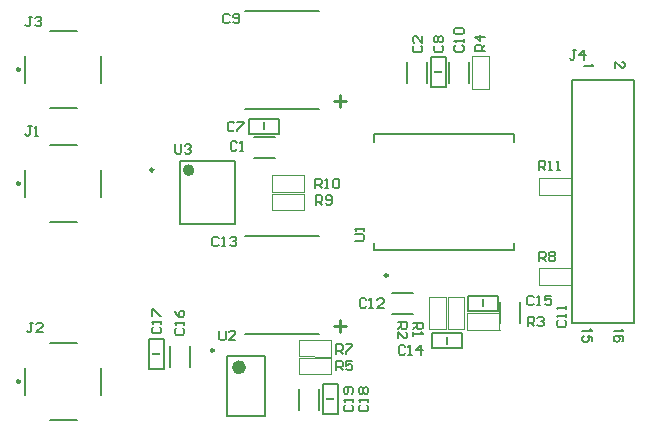
<source format=gto>
G04*
G04 #@! TF.GenerationSoftware,Altium Limited,Altium Designer,23.1.1 (15)*
G04*
G04 Layer_Color=65535*
%FSLAX24Y24*%
%MOIN*%
G70*
G04*
G04 #@! TF.SameCoordinates,EDFB4F86-8D80-4751-AEB2-894B5B2271B4*
G04*
G04*
G04 #@! TF.FilePolarity,Positive*
G04*
G01*
G75*
%ADD10C,0.0098*%
%ADD11C,0.0197*%
%ADD12C,0.0236*%
%ADD13C,0.0079*%
%ADD14C,0.0050*%
%ADD15C,0.0020*%
%ADD16C,0.0100*%
%ADD17C,0.0060*%
%ADD18R,0.0300X0.0100*%
%ADD19R,0.0100X0.0300*%
D10*
X438Y12083D02*
G03*
X438Y12083I-49J0D01*
G01*
Y8283D02*
G03*
X438Y8283I-49J0D01*
G01*
Y1683D02*
G03*
X438Y1683I-49J0D01*
G01*
X4883Y8733D02*
G03*
X4883Y8733I-49J0D01*
G01*
X6901Y2724D02*
G03*
X6901Y2724I-49J0D01*
G01*
X12700Y5217D02*
G03*
X12700Y5217I-49J0D01*
G01*
D11*
X6159Y8725D02*
G03*
X6159Y8725I-98J0D01*
G01*
D12*
X7856Y2153D02*
G03*
X7856Y2153I-118J0D01*
G01*
D13*
X6121Y2181D02*
Y2870D01*
X5451Y2179D02*
Y2868D01*
X616Y11630D02*
Y12535D01*
X1433Y10813D02*
X2338D01*
X3155Y11630D02*
Y12535D01*
X1433Y13352D02*
X2338D01*
X616Y7830D02*
Y8735D01*
X1433Y7013D02*
X2338D01*
X3155Y7830D02*
Y8735D01*
X1433Y9552D02*
X2338D01*
X1433Y2952D02*
X2338D01*
X3155Y1230D02*
Y2135D01*
X1433Y413D02*
X2338D01*
X616Y1230D02*
Y2135D01*
X5765Y9020D02*
X7606D01*
Y6945D02*
Y9020D01*
X5765Y6945D02*
X7606D01*
X5765D02*
Y9020D01*
X7951Y14017D02*
X10402D01*
X7951Y10749D02*
X10402D01*
X8241Y9817D02*
X8930D01*
X8243Y9147D02*
X8932D01*
X7951Y6517D02*
X10402D01*
X7951Y3249D02*
X10402D01*
X7344Y539D02*
X8604D01*
X7344Y2547D02*
X8604D01*
Y539D02*
Y2547D01*
X7344Y539D02*
Y2547D01*
X9751Y738D02*
Y1427D01*
X10421Y740D02*
Y1429D01*
X14020Y11638D02*
Y12327D01*
X13349Y11636D02*
Y12325D01*
X15420Y11638D02*
Y12327D01*
X14749Y11636D02*
Y12325D01*
X12255Y6048D02*
Y6290D01*
Y6048D02*
X16915D01*
X12255Y9676D02*
Y9918D01*
X16915D01*
Y6048D02*
Y6290D01*
Y9676D02*
Y9918D01*
X12841Y4617D02*
X13530D01*
X12843Y3947D02*
X13532D01*
X18856Y11742D02*
X20915D01*
X18856Y3624D02*
Y11742D01*
X20915Y3624D02*
Y11742D01*
X18856Y3624D02*
X20915D01*
X17120Y3638D02*
Y4327D01*
X16449Y3636D02*
Y4325D01*
D14*
X4735Y2083D02*
Y3083D01*
Y2083D02*
X5235D01*
X4735Y3083D02*
X5235D01*
Y2083D02*
Y3083D01*
X8085Y10433D02*
X9085D01*
X8085Y9933D02*
Y10433D01*
X9085Y9933D02*
Y10433D01*
X8085Y9933D02*
X9085D01*
X11035Y583D02*
Y1583D01*
X10535D02*
X11035D01*
X10535Y583D02*
X11035D01*
X10535D02*
Y1583D01*
X14635Y11483D02*
Y12483D01*
X14135D02*
X14635D01*
X14135Y11483D02*
X14635D01*
X14135D02*
Y12483D01*
X14185Y2783D02*
X15185D01*
Y3283D01*
X14185Y2783D02*
Y3283D01*
X15185D01*
X15385Y4033D02*
X16385D01*
Y4533D01*
X15385Y4033D02*
Y4533D01*
X16385D01*
D15*
X8835Y7939D02*
X8838Y7899D01*
X8835Y7939D02*
X9913D01*
X9912Y7384D02*
X9913Y7939D01*
X8838Y7390D02*
X9912Y7384D01*
X8838Y7390D02*
Y7899D01*
X8848Y8010D02*
Y8519D01*
Y8010D02*
X9922Y8004D01*
X9923Y8559D01*
X8845D02*
X9923D01*
X8845D02*
X8848Y8519D01*
X9735Y3069D02*
X9738Y3029D01*
X9735Y3069D02*
X10813D01*
X10812Y2514D02*
X10813Y3069D01*
X9738Y2520D02*
X10812Y2514D01*
X9738Y2520D02*
Y3029D01*
Y1930D02*
Y2439D01*
Y1930D02*
X10812Y1924D01*
X10813Y2479D01*
X9735D02*
X10813D01*
X9735D02*
X9738Y2439D01*
X16022Y12520D02*
X16061Y12522D01*
Y11445D02*
Y12522D01*
X15506Y11446D02*
X16061Y11445D01*
X15506Y11446D02*
X15512Y12520D01*
X16022D01*
X14739Y3431D02*
X15248D01*
X15254Y4505D01*
X14699Y4506D02*
X15254Y4505D01*
X14699Y3429D02*
Y4506D01*
Y3429D02*
X14739Y3431D01*
X14079Y3433D02*
X14119Y3435D01*
X14079Y3433D02*
Y4511D01*
X14634Y4509D01*
X14628Y3435D02*
X14634Y4509D01*
X14119Y3435D02*
X14628D01*
X18823Y7946D02*
X18825Y7907D01*
X17747D02*
X18825D01*
X17747D02*
X17749Y8462D01*
X18823Y8456D01*
Y7946D02*
Y8456D01*
X17748Y4910D02*
Y5419D01*
Y4910D02*
X18822Y4904D01*
X18823Y5459D01*
X17745D02*
X18823D01*
X17745D02*
X17748Y5419D01*
X16423Y3446D02*
Y3956D01*
X15349Y3962D02*
X16423Y3956D01*
X15347Y3407D02*
X15349Y3962D01*
X15347Y3407D02*
X16425D01*
X16423Y3446D02*
X16425Y3407D01*
D16*
X11297Y11039D02*
X10897D01*
X11097Y10839D02*
Y11239D01*
X11297Y3539D02*
X10897D01*
X11097Y3339D02*
Y3739D01*
D17*
X20494Y3433D02*
X20509Y3402D01*
X20555Y3357D01*
X20235D01*
X20509Y3015D02*
X20540Y3031D01*
X20555Y3076D01*
Y3107D01*
X20540Y3152D01*
X20494Y3183D01*
X20418Y3198D01*
X20342D01*
X20281Y3183D01*
X20250Y3152D01*
X20235Y3107D01*
Y3091D01*
X20250Y3046D01*
X20281Y3015D01*
X20327Y3000D01*
X20342D01*
X20388Y3015D01*
X20418Y3046D01*
X20433Y3091D01*
Y3107D01*
X20418Y3152D01*
X20388Y3183D01*
X20342Y3198D01*
X19444Y3433D02*
X19459Y3402D01*
X19505Y3357D01*
X19185D01*
X19505Y3015D02*
Y3168D01*
X19368Y3183D01*
X19383Y3168D01*
X19399Y3122D01*
Y3076D01*
X19383Y3031D01*
X19353Y3000D01*
X19307Y2985D01*
X19277D01*
X19231Y3000D01*
X19200Y3031D01*
X19185Y3076D01*
Y3122D01*
X19200Y3168D01*
X19216Y3183D01*
X19246Y3198D01*
X19494Y12263D02*
X19509Y12232D01*
X19555Y12187D01*
X19235D01*
X20519Y12327D02*
X20534D01*
X20565Y12312D01*
X20580Y12297D01*
X20595Y12267D01*
Y12206D01*
X20580Y12175D01*
X20565Y12160D01*
X20534Y12145D01*
X20504D01*
X20473Y12160D01*
X20428Y12190D01*
X20275Y12343D01*
Y12129D01*
X13025Y3649D02*
X13345D01*
Y3489D01*
X13292Y3436D01*
X13185D01*
X13132Y3489D01*
Y3649D01*
Y3543D02*
X13025Y3436D01*
Y3116D02*
Y3329D01*
X13239Y3116D01*
X13292D01*
X13345Y3169D01*
Y3276D01*
X13292Y3329D01*
X13555Y3636D02*
X13875D01*
Y3476D01*
X13822Y3423D01*
X13715D01*
X13662Y3476D01*
Y3636D01*
Y3529D02*
X13555Y3423D01*
Y3316D02*
Y3209D01*
Y3263D01*
X13875D01*
X13822Y3316D01*
X5609Y9593D02*
Y9326D01*
X5662Y9273D01*
X5769D01*
X5822Y9326D01*
Y9593D01*
X5929Y9539D02*
X5982Y9593D01*
X6089D01*
X6142Y9539D01*
Y9486D01*
X6089Y9433D01*
X6035D01*
X6089D01*
X6142Y9379D01*
Y9326D01*
X6089Y9273D01*
X5982D01*
X5929Y9326D01*
X7079Y3373D02*
Y3106D01*
X7132Y3053D01*
X7239D01*
X7292Y3106D01*
Y3373D01*
X7612Y3053D02*
X7399D01*
X7612Y3266D01*
Y3319D01*
X7559Y3373D01*
X7452D01*
X7399Y3319D01*
X11595Y6379D02*
X11862D01*
X11915Y6433D01*
Y6539D01*
X11862Y6593D01*
X11595D01*
X11915Y6699D02*
Y6806D01*
Y6753D01*
X11595D01*
X11649Y6699D01*
X17739Y8723D02*
Y9043D01*
X17899D01*
X17952Y8989D01*
Y8883D01*
X17899Y8829D01*
X17739D01*
X17845D02*
X17952Y8723D01*
X18059D02*
X18165D01*
X18112D01*
Y9043D01*
X18059Y8989D01*
X18325Y8723D02*
X18432D01*
X18378D01*
Y9043D01*
X18325Y8989D01*
X10285Y8123D02*
Y8443D01*
X10445D01*
X10499Y8389D01*
Y8283D01*
X10445Y8229D01*
X10285D01*
X10392D02*
X10499Y8123D01*
X10605D02*
X10712D01*
X10659D01*
Y8443D01*
X10605Y8389D01*
X10872D02*
X10925Y8443D01*
X11032D01*
X11085Y8389D01*
Y8176D01*
X11032Y8123D01*
X10925D01*
X10872Y8176D01*
Y8389D01*
X10309Y7563D02*
Y7883D01*
X10469D01*
X10522Y7829D01*
Y7723D01*
X10469Y7669D01*
X10309D01*
X10415D02*
X10522Y7563D01*
X10629Y7616D02*
X10682Y7563D01*
X10789D01*
X10842Y7616D01*
Y7829D01*
X10789Y7883D01*
X10682D01*
X10629Y7829D01*
Y7776D01*
X10682Y7723D01*
X10842D01*
X17749Y5693D02*
Y6013D01*
X17909D01*
X17962Y5959D01*
Y5853D01*
X17909Y5799D01*
X17749D01*
X17855D02*
X17962Y5693D01*
X18069Y5959D02*
X18122Y6013D01*
X18228D01*
X18282Y5959D01*
Y5906D01*
X18228Y5853D01*
X18282Y5799D01*
Y5746D01*
X18228Y5693D01*
X18122D01*
X18069Y5746D01*
Y5799D01*
X18122Y5853D01*
X18069Y5906D01*
Y5959D01*
X18122Y5853D02*
X18228D01*
X10989Y2603D02*
Y2923D01*
X11149D01*
X11202Y2869D01*
Y2763D01*
X11149Y2709D01*
X10989D01*
X11095D02*
X11202Y2603D01*
X11309Y2923D02*
X11522D01*
Y2869D01*
X11309Y2656D01*
Y2603D01*
X10989Y2053D02*
Y2373D01*
X11149D01*
X11202Y2319D01*
Y2213D01*
X11149Y2159D01*
X10989D01*
X11095D02*
X11202Y2053D01*
X11522Y2373D02*
X11309D01*
Y2213D01*
X11415Y2266D01*
X11468D01*
X11522Y2213D01*
Y2106D01*
X11468Y2053D01*
X11362D01*
X11309Y2106D01*
X15935Y12696D02*
X15615D01*
Y12856D01*
X15669Y12909D01*
X15775D01*
X15829Y12856D01*
Y12696D01*
Y12803D02*
X15935Y12909D01*
Y13176D02*
X15615D01*
X15775Y13016D01*
Y13229D01*
X17369Y3523D02*
Y3843D01*
X17529D01*
X17582Y3789D01*
Y3683D01*
X17529Y3629D01*
X17369D01*
X17475D02*
X17582Y3523D01*
X17689Y3789D02*
X17742Y3843D01*
X17849D01*
X17902Y3789D01*
Y3736D01*
X17849Y3683D01*
X17795D01*
X17849D01*
X17902Y3629D01*
Y3576D01*
X17849Y3523D01*
X17742D01*
X17689Y3576D01*
X18972Y12733D02*
X18865D01*
X18919D01*
Y12466D01*
X18865Y12413D01*
X18812D01*
X18759Y12466D01*
X19239Y12413D02*
Y12733D01*
X19079Y12573D01*
X19292D01*
X832Y13843D02*
X725D01*
X779D01*
Y13576D01*
X725Y13523D01*
X672D01*
X619Y13576D01*
X939Y13789D02*
X992Y13843D01*
X1098D01*
X1152Y13789D01*
Y13736D01*
X1098Y13683D01*
X1045D01*
X1098D01*
X1152Y13629D01*
Y13576D01*
X1098Y13523D01*
X992D01*
X939Y13576D01*
X872Y3643D02*
X765D01*
X819D01*
Y3376D01*
X765Y3323D01*
X712D01*
X659Y3376D01*
X1192Y3323D02*
X979D01*
X1192Y3536D01*
Y3589D01*
X1138Y3643D01*
X1032D01*
X979Y3589D01*
X825Y10193D02*
X719D01*
X772D01*
Y9926D01*
X719Y9873D01*
X665D01*
X612Y9926D01*
X932Y9873D02*
X1038D01*
X985D01*
Y10193D01*
X932Y10139D01*
X11279Y896D02*
X11225Y843D01*
Y736D01*
X11279Y683D01*
X11492D01*
X11545Y736D01*
Y843D01*
X11492Y896D01*
X11545Y1003D02*
Y1109D01*
Y1056D01*
X11225D01*
X11279Y1003D01*
X11492Y1269D02*
X11545Y1323D01*
Y1429D01*
X11492Y1483D01*
X11279D01*
X11225Y1429D01*
Y1323D01*
X11279Y1269D01*
X11332D01*
X11385Y1323D01*
Y1483D01*
X11779Y896D02*
X11725Y843D01*
Y736D01*
X11779Y683D01*
X11992D01*
X12045Y736D01*
Y843D01*
X11992Y896D01*
X12045Y1003D02*
Y1109D01*
Y1056D01*
X11725D01*
X11779Y1003D01*
Y1269D02*
X11725Y1323D01*
Y1429D01*
X11779Y1483D01*
X11832D01*
X11885Y1429D01*
X11939Y1483D01*
X11992D01*
X12045Y1429D01*
Y1323D01*
X11992Y1269D01*
X11939D01*
X11885Y1323D01*
X11832Y1269D01*
X11779D01*
X11885Y1323D02*
Y1429D01*
X4879Y3496D02*
X4825Y3443D01*
Y3336D01*
X4879Y3283D01*
X5092D01*
X5145Y3336D01*
Y3443D01*
X5092Y3496D01*
X5145Y3603D02*
Y3709D01*
Y3656D01*
X4825D01*
X4879Y3603D01*
X4825Y3869D02*
Y4083D01*
X4879D01*
X5092Y3869D01*
X5145D01*
X5649Y3456D02*
X5596Y3403D01*
Y3296D01*
X5649Y3243D01*
X5863D01*
X5916Y3296D01*
Y3403D01*
X5863Y3456D01*
X5916Y3563D02*
Y3669D01*
Y3616D01*
X5596D01*
X5649Y3563D01*
X5596Y4043D02*
X5649Y3936D01*
X5756Y3829D01*
X5863D01*
X5916Y3883D01*
Y3989D01*
X5863Y4043D01*
X5809D01*
X5756Y3989D01*
Y3829D01*
X17569Y4489D02*
X17515Y4543D01*
X17409D01*
X17355Y4489D01*
Y4276D01*
X17409Y4223D01*
X17515D01*
X17569Y4276D01*
X17675Y4223D02*
X17782D01*
X17729D01*
Y4543D01*
X17675Y4489D01*
X18155Y4543D02*
X17942D01*
Y4383D01*
X18048Y4436D01*
X18102D01*
X18155Y4383D01*
Y4276D01*
X18102Y4223D01*
X17995D01*
X17942Y4276D01*
X13279Y2839D02*
X13225Y2893D01*
X13119D01*
X13065Y2839D01*
Y2626D01*
X13119Y2573D01*
X13225D01*
X13279Y2626D01*
X13385Y2573D02*
X13492D01*
X13439D01*
Y2893D01*
X13385Y2839D01*
X13812Y2573D02*
Y2893D01*
X13652Y2733D01*
X13865D01*
X7069Y6459D02*
X7015Y6513D01*
X6909D01*
X6855Y6459D01*
Y6246D01*
X6909Y6193D01*
X7015D01*
X7069Y6246D01*
X7175Y6193D02*
X7282D01*
X7229D01*
Y6513D01*
X7175Y6459D01*
X7442D02*
X7495Y6513D01*
X7602D01*
X7655Y6459D01*
Y6406D01*
X7602Y6353D01*
X7548D01*
X7602D01*
X7655Y6299D01*
Y6246D01*
X7602Y6193D01*
X7495D01*
X7442Y6246D01*
X11979Y4399D02*
X11925Y4453D01*
X11819D01*
X11765Y4399D01*
Y4186D01*
X11819Y4133D01*
X11925D01*
X11979Y4186D01*
X12085Y4133D02*
X12192D01*
X12139D01*
Y4453D01*
X12085Y4399D01*
X12565Y4133D02*
X12352D01*
X12565Y4346D01*
Y4399D01*
X12512Y4453D01*
X12405D01*
X12352Y4399D01*
X18379Y3719D02*
X18325Y3666D01*
Y3559D01*
X18379Y3506D01*
X18592D01*
X18645Y3559D01*
Y3666D01*
X18592Y3719D01*
X18645Y3826D02*
Y3933D01*
Y3879D01*
X18325D01*
X18379Y3826D01*
X18645Y4093D02*
Y4199D01*
Y4146D01*
X18325D01*
X18379Y4093D01*
X14969Y12886D02*
X14915Y12833D01*
Y12726D01*
X14969Y12673D01*
X15182D01*
X15235Y12726D01*
Y12833D01*
X15182Y12886D01*
X15235Y12993D02*
Y13099D01*
Y13046D01*
X14915D01*
X14969Y12993D01*
Y13259D02*
X14915Y13313D01*
Y13419D01*
X14969Y13473D01*
X15182D01*
X15235Y13419D01*
Y13313D01*
X15182Y13259D01*
X14969D01*
X7432Y13889D02*
X7379Y13943D01*
X7272D01*
X7219Y13889D01*
Y13676D01*
X7272Y13623D01*
X7379D01*
X7432Y13676D01*
X7539D02*
X7592Y13623D01*
X7699D01*
X7752Y13676D01*
Y13889D01*
X7699Y13943D01*
X7592D01*
X7539Y13889D01*
Y13836D01*
X7592Y13783D01*
X7752D01*
X14279Y12879D02*
X14225Y12826D01*
Y12719D01*
X14279Y12666D01*
X14492D01*
X14545Y12719D01*
Y12826D01*
X14492Y12879D01*
X14279Y12986D02*
X14225Y13039D01*
Y13146D01*
X14279Y13199D01*
X14332D01*
X14385Y13146D01*
X14439Y13199D01*
X14492D01*
X14545Y13146D01*
Y13039D01*
X14492Y12986D01*
X14439D01*
X14385Y13039D01*
X14332Y12986D01*
X14279D01*
X14385Y13039D02*
Y13146D01*
X7582Y10289D02*
X7529Y10343D01*
X7422D01*
X7369Y10289D01*
Y10076D01*
X7422Y10023D01*
X7529D01*
X7582Y10076D01*
X7689Y10343D02*
X7902D01*
Y10289D01*
X7689Y10076D01*
Y10023D01*
X13579Y12869D02*
X13525Y12816D01*
Y12709D01*
X13579Y12656D01*
X13792D01*
X13845Y12709D01*
Y12816D01*
X13792Y12869D01*
X13845Y13189D02*
Y12976D01*
X13632Y13189D01*
X13579D01*
X13525Y13136D01*
Y13029D01*
X13579Y12976D01*
X7675Y9639D02*
X7622Y9693D01*
X7515D01*
X7462Y9639D01*
Y9426D01*
X7515Y9373D01*
X7622D01*
X7675Y9426D01*
X7782Y9373D02*
X7889D01*
X7835D01*
Y9693D01*
X7782Y9639D01*
D18*
X4985Y2583D02*
D03*
X10785Y1083D02*
D03*
X14385Y11983D02*
D03*
D19*
X8585Y10183D02*
D03*
X14685Y3033D02*
D03*
X15885Y4283D02*
D03*
M02*

</source>
